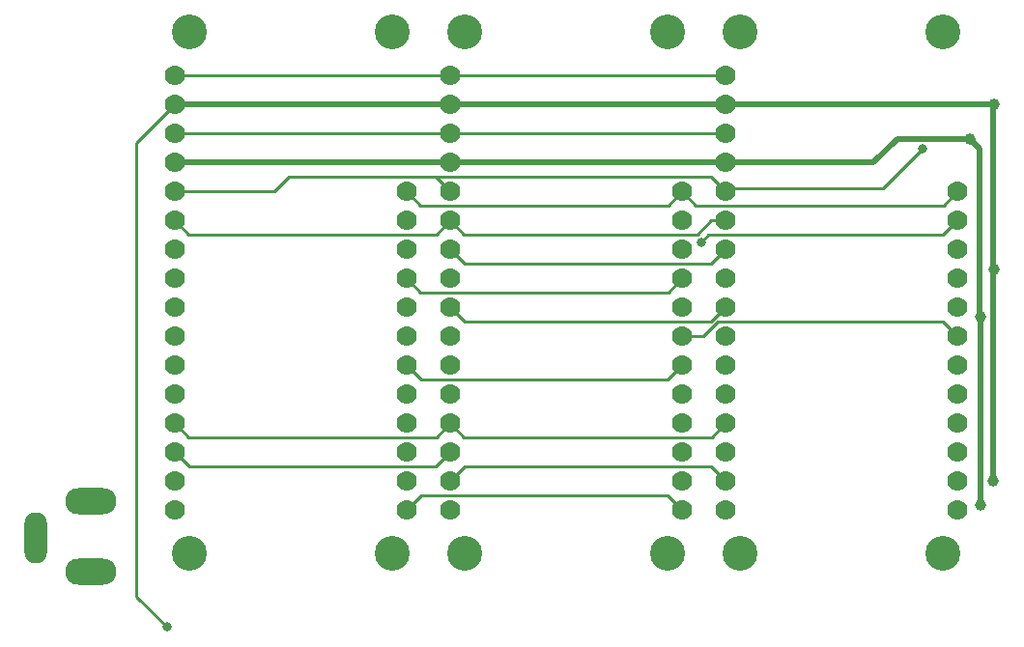
<source format=gbr>
%TF.GenerationSoftware,KiCad,Pcbnew,7.0.10-7.0.10~ubuntu22.04.1*%
%TF.CreationDate,2024-08-18T20:33:25-07:00*%
%TF.ProjectId,iorodeo_feather_tripler_enc1,696f726f-6465-46f5-9f66-656174686572,rev?*%
%TF.SameCoordinates,Original*%
%TF.FileFunction,Copper,L2,Bot*%
%TF.FilePolarity,Positive*%
%FSLAX46Y46*%
G04 Gerber Fmt 4.6, Leading zero omitted, Abs format (unit mm)*
G04 Created by KiCad (PCBNEW 7.0.10-7.0.10~ubuntu22.04.1) date 2024-08-18 20:33:25*
%MOMM*%
%LPD*%
G01*
G04 APERTURE LIST*
%TA.AperFunction,ComponentPad*%
%ADD10O,4.500000X2.300000*%
%TD*%
%TA.AperFunction,ComponentPad*%
%ADD11O,2.000000X4.500000*%
%TD*%
%TA.AperFunction,WasherPad*%
%ADD12C,3.048000*%
%TD*%
%TA.AperFunction,ComponentPad*%
%ADD13C,3.048000*%
%TD*%
%TA.AperFunction,ComponentPad*%
%ADD14C,1.778000*%
%TD*%
%TA.AperFunction,ViaPad*%
%ADD15C,1.000000*%
%TD*%
%TA.AperFunction,ViaPad*%
%ADD16C,0.800000*%
%TD*%
%TA.AperFunction,Conductor*%
%ADD17C,0.500000*%
%TD*%
%TA.AperFunction,Conductor*%
%ADD18C,0.250000*%
%TD*%
G04 APERTURE END LIST*
D10*
%TO.P,J1,1*%
%TO.N,/VUSB*%
X62086300Y-105239700D03*
%TO.P,J1,2*%
%TO.N,GND*%
X62086300Y-99039700D03*
D11*
%TO.P,J1,3*%
X57286300Y-102289700D03*
%TD*%
D12*
%TO.P,U1,*%
%TO.N,*%
X88519000Y-103657400D03*
D13*
X88519000Y-57937400D03*
D12*
X70739000Y-103657400D03*
D13*
X70739000Y-57937400D03*
D14*
%TO.P,U1,1,SDA*%
%TO.N,/SDA*%
X89789000Y-99847400D03*
%TO.P,U1,2,SCL*%
%TO.N,/SCL*%
X89789000Y-97307400D03*
%TO.P,U1,3,D5*%
%TO.N,/D5*%
X89789000Y-94767400D03*
%TO.P,U1,4,D6*%
%TO.N,/D6*%
X89789000Y-92227400D03*
%TO.P,U1,5,D9*%
%TO.N,/D9*%
X89789000Y-89687400D03*
%TO.P,U1,6,D10*%
%TO.N,/D10*%
X89789000Y-87147400D03*
%TO.P,U1,7,D11*%
%TO.N,/D11*%
X89789000Y-84607400D03*
%TO.P,U1,8,D12*%
%TO.N,/D12*%
X89789000Y-82067400D03*
%TO.P,U1,9,D13*%
%TO.N,/D13*%
X89789000Y-79527400D03*
%TO.P,U1,10,VUSB*%
%TO.N,/5V*%
X89789000Y-76987400D03*
%TO.P,U1,11,EN*%
%TO.N,/EN*%
X89789000Y-74447400D03*
%TO.P,U1,12,BAT*%
%TO.N,/BAT*%
X89789000Y-71907400D03*
%TO.P,U1,13,RST*%
%TO.N,/RST*%
X69469000Y-61747400D03*
%TO.P,U1,14,3V3*%
%TO.N,/3V3*%
X69469000Y-64287400D03*
%TO.P,U1,15,AREF*%
%TO.N,/AREF*%
X69469000Y-66827400D03*
%TO.P,U1,16,GND*%
%TO.N,GND*%
X69469000Y-69367400D03*
%TO.P,U1,17,A0*%
%TO.N,/A0*%
X69469000Y-71907400D03*
%TO.P,U1,18,A1*%
%TO.N,/A1*%
X69469000Y-74447400D03*
%TO.P,U1,19,A2*%
%TO.N,/A2*%
X69469000Y-76987400D03*
%TO.P,U1,20,A3*%
%TO.N,/A3*%
X69469000Y-79527400D03*
%TO.P,U1,21,A4*%
%TO.N,/A4*%
X69469000Y-82067400D03*
%TO.P,U1,22,A5*%
%TO.N,/A5*%
X69469000Y-84607400D03*
%TO.P,U1,23,SCK*%
%TO.N,/SCK*%
X69469000Y-87147400D03*
%TO.P,U1,24,MOSI*%
%TO.N,/MOSI*%
X69469000Y-89687400D03*
%TO.P,U1,25,MISO*%
%TO.N,/MISO*%
X69469000Y-92227400D03*
%TO.P,U1,26,RX*%
%TO.N,/RX*%
X69469000Y-94767400D03*
%TO.P,U1,27,TX*%
%TO.N,/TX*%
X69469000Y-97307400D03*
%TO.P,U1,28,NOS*%
%TO.N,unconnected-(U1-NOS-Pad28)*%
X69469000Y-99847400D03*
%TD*%
D12*
%TO.P,U3,*%
%TO.N,*%
X136779000Y-103657400D03*
D13*
X136779000Y-57937400D03*
D12*
X118999000Y-103657400D03*
D13*
X118999000Y-57937400D03*
D14*
%TO.P,U3,1,SDA*%
%TO.N,/SDA*%
X138049000Y-99847400D03*
%TO.P,U3,2,SCL*%
%TO.N,/SCL*%
X138049000Y-97307400D03*
%TO.P,U3,3,D5*%
%TO.N,/D5*%
X138049000Y-94767400D03*
%TO.P,U3,4,D6*%
%TO.N,/D6*%
X138049000Y-92227400D03*
%TO.P,U3,5,D9*%
%TO.N,/D9*%
X138049000Y-89687400D03*
%TO.P,U3,6,D10*%
%TO.N,/D10*%
X138049000Y-87147400D03*
%TO.P,U3,7,D11*%
%TO.N,/D11*%
X138049000Y-84607400D03*
%TO.P,U3,8,D12*%
%TO.N,/D12*%
X138049000Y-82067400D03*
%TO.P,U3,9,D13*%
%TO.N,/D13*%
X138049000Y-79527400D03*
%TO.P,U3,10,VUSB*%
%TO.N,/5V*%
X138049000Y-76987400D03*
%TO.P,U3,11,EN*%
%TO.N,/EN*%
X138049000Y-74447400D03*
%TO.P,U3,12,BAT*%
%TO.N,/BAT*%
X138049000Y-71907400D03*
%TO.P,U3,13,RST*%
%TO.N,/RST*%
X117729000Y-61747400D03*
%TO.P,U3,14,3V3*%
%TO.N,/3V3*%
X117729000Y-64287400D03*
%TO.P,U3,15,AREF*%
%TO.N,/AREF*%
X117729000Y-66827400D03*
%TO.P,U3,16,GND*%
%TO.N,GND*%
X117729000Y-69367400D03*
%TO.P,U3,17,A0*%
%TO.N,/A0*%
X117729000Y-71907400D03*
%TO.P,U3,18,A1*%
%TO.N,/A1*%
X117729000Y-74447400D03*
%TO.P,U3,19,A2*%
%TO.N,/A2*%
X117729000Y-76987400D03*
%TO.P,U3,20,A3*%
%TO.N,/A3*%
X117729000Y-79527400D03*
%TO.P,U3,21,A4*%
%TO.N,/A4*%
X117729000Y-82067400D03*
%TO.P,U3,22,A5*%
%TO.N,/A5*%
X117729000Y-84607400D03*
%TO.P,U3,23,SCK*%
%TO.N,/SCK*%
X117729000Y-87147400D03*
%TO.P,U3,24,MOSI*%
%TO.N,/MOSI*%
X117729000Y-89687400D03*
%TO.P,U3,25,MISO*%
%TO.N,/MISO*%
X117729000Y-92227400D03*
%TO.P,U3,26,RX*%
%TO.N,/RX*%
X117729000Y-94767400D03*
%TO.P,U3,27,TX*%
%TO.N,/TX*%
X117729000Y-97307400D03*
%TO.P,U3,28,NOS*%
%TO.N,unconnected-(U3-NOS-Pad28)*%
X117729000Y-99847400D03*
%TD*%
D12*
%TO.P,U2,*%
%TO.N,*%
X112649000Y-103657400D03*
D13*
X112649000Y-57937400D03*
D12*
X94869000Y-103657400D03*
D13*
X94869000Y-57937400D03*
D14*
%TO.P,U2,1,SDA*%
%TO.N,/SDA*%
X113919000Y-99847400D03*
%TO.P,U2,2,SCL*%
%TO.N,/SCL*%
X113919000Y-97307400D03*
%TO.P,U2,3,D5*%
%TO.N,/D5*%
X113919000Y-94767400D03*
%TO.P,U2,4,D6*%
%TO.N,/D6*%
X113919000Y-92227400D03*
%TO.P,U2,5,D9*%
%TO.N,/D9*%
X113919000Y-89687400D03*
%TO.P,U2,6,D10*%
%TO.N,/D10*%
X113919000Y-87147400D03*
%TO.P,U2,7,D11*%
%TO.N,/D11*%
X113919000Y-84607400D03*
%TO.P,U2,8,D12*%
%TO.N,/D12*%
X113919000Y-82067400D03*
%TO.P,U2,9,D13*%
%TO.N,/D13*%
X113919000Y-79527400D03*
%TO.P,U2,10,VUSB*%
%TO.N,/5V*%
X113919000Y-76987400D03*
%TO.P,U2,11,EN*%
%TO.N,/EN*%
X113919000Y-74447400D03*
%TO.P,U2,12,BAT*%
%TO.N,/BAT*%
X113919000Y-71907400D03*
%TO.P,U2,13,RST*%
%TO.N,/RST*%
X93599000Y-61747400D03*
%TO.P,U2,14,3V3*%
%TO.N,/3V3*%
X93599000Y-64287400D03*
%TO.P,U2,15,AREF*%
%TO.N,/AREF*%
X93599000Y-66827400D03*
%TO.P,U2,16,GND*%
%TO.N,GND*%
X93599000Y-69367400D03*
%TO.P,U2,17,A0*%
%TO.N,/A0*%
X93599000Y-71907400D03*
%TO.P,U2,18,A1*%
%TO.N,/A1*%
X93599000Y-74447400D03*
%TO.P,U2,19,A2*%
%TO.N,/A2*%
X93599000Y-76987400D03*
%TO.P,U2,20,A3*%
%TO.N,/A3*%
X93599000Y-79527400D03*
%TO.P,U2,21,A4*%
%TO.N,/A4*%
X93599000Y-82067400D03*
%TO.P,U2,22,A5*%
%TO.N,/A5*%
X93599000Y-84607400D03*
%TO.P,U2,23,SCK*%
%TO.N,/SCK*%
X93599000Y-87147400D03*
%TO.P,U2,24,MOSI*%
%TO.N,/MOSI*%
X93599000Y-89687400D03*
%TO.P,U2,25,MISO*%
%TO.N,/MISO*%
X93599000Y-92227400D03*
%TO.P,U2,26,RX*%
%TO.N,/RX*%
X93599000Y-94767400D03*
%TO.P,U2,27,TX*%
%TO.N,/TX*%
X93599000Y-97307400D03*
%TO.P,U2,28,NOS*%
%TO.N,unconnected-(U2-NOS-Pad28)*%
X93599000Y-99847400D03*
%TD*%
D15*
%TO.N,GND*%
X140119600Y-99402400D03*
X140102496Y-82897488D03*
X139167000Y-67284600D03*
D16*
%TO.N,/A0*%
X135001700Y-68171100D03*
D15*
%TO.N,/3V3*%
X141249400Y-64287400D03*
X141224000Y-97282000D03*
D16*
X68757800Y-110084000D03*
D15*
X141231164Y-78756564D03*
D16*
%TO.N,/EN*%
X115596600Y-76354100D03*
%TD*%
D17*
%TO.N,GND*%
X93599000Y-69367400D02*
X117729000Y-69367400D01*
X130683000Y-69367400D02*
X132766000Y-67284600D01*
X140016000Y-68133600D02*
X139167000Y-67284600D01*
X140081000Y-99363800D02*
X140081000Y-82918984D01*
X132766000Y-67284600D02*
X139167000Y-67284600D01*
X140016000Y-82810992D02*
X140016000Y-68133600D01*
X69469000Y-69367400D02*
X93599000Y-69367400D01*
X117729000Y-69367400D02*
X130683000Y-69367400D01*
X140081000Y-82918984D02*
X140102496Y-82897488D01*
X140102496Y-82897488D02*
X140016000Y-82810992D01*
X140119600Y-99402400D02*
X140081000Y-99363800D01*
D18*
%TO.N,/D10*%
X112649000Y-88417400D02*
X113919000Y-87147400D01*
X89789000Y-87147400D02*
X91059000Y-88417400D01*
X91059000Y-88417400D02*
X112649000Y-88417400D01*
%TO.N,/A0*%
X92329000Y-70637400D02*
X116459000Y-70637400D01*
X69469000Y-71907400D02*
X78206600Y-71907400D01*
X117443700Y-71622100D02*
X117729000Y-71907400D01*
X117443700Y-71622100D02*
X131550700Y-71622100D01*
X131550700Y-71622100D02*
X135001700Y-68171100D01*
X116459000Y-70637400D02*
X117443700Y-71622100D01*
X79476600Y-70637400D02*
X92329000Y-70637400D01*
X92329000Y-70637400D02*
X93599000Y-71907400D01*
X78206600Y-71907400D02*
X79476600Y-70637400D01*
%TO.N,/3V3*%
X69469000Y-64287400D02*
X66090800Y-67665600D01*
D17*
X141224000Y-97282000D02*
X141224000Y-78763728D01*
X141249400Y-64287400D02*
X141224000Y-64312800D01*
D18*
X66090800Y-107417000D02*
X68757800Y-110084000D01*
D17*
X141249400Y-64287400D02*
X117729000Y-64287400D01*
X141224000Y-78749400D02*
X141231164Y-78756564D01*
X93599000Y-64287400D02*
X117729000Y-64287400D01*
X141224000Y-64312800D02*
X141224000Y-78749400D01*
X141224000Y-78763728D02*
X141231164Y-78756564D01*
X69469000Y-64287400D02*
X93599000Y-64287400D01*
D18*
X66090800Y-67665600D02*
X66090800Y-107417000D01*
%TO.N,/D11*%
X136779000Y-83337400D02*
X138049000Y-84607400D01*
X113919000Y-84607400D02*
X115825900Y-84607400D01*
X115825900Y-84607400D02*
X117095900Y-83337400D01*
X117095900Y-83337400D02*
X136779000Y-83337400D01*
%TO.N,/A1*%
X94817800Y-75666200D02*
X93599000Y-74447400D01*
X115256600Y-75666200D02*
X94817800Y-75666200D01*
X117729000Y-74447400D02*
X116475400Y-74447400D01*
X93599000Y-74447400D02*
X92380200Y-75666200D01*
X92380200Y-75666200D02*
X70687800Y-75666200D01*
X70687800Y-75666200D02*
X69469000Y-74447400D01*
X116475400Y-74447400D02*
X115256600Y-75666200D01*
%TO.N,/RX*%
X93599000Y-94767400D02*
X92329000Y-96037400D01*
X70739000Y-96037400D02*
X69469000Y-94767400D01*
X92329000Y-96037400D02*
X70739000Y-96037400D01*
%TO.N,/TX*%
X117729000Y-97307400D02*
X116459000Y-96037400D01*
X116459000Y-96037400D02*
X94869000Y-96037400D01*
X94869000Y-96037400D02*
X93599000Y-97307400D01*
%TO.N,/SDA*%
X112649000Y-98577400D02*
X91059000Y-98577400D01*
X113919000Y-99847400D02*
X112649000Y-98577400D01*
X91059000Y-98577400D02*
X89789000Y-99847400D01*
%TO.N,/D13*%
X112700200Y-80746200D02*
X91007800Y-80746200D01*
X113919000Y-79527400D02*
X112700200Y-80746200D01*
X91007800Y-80746200D02*
X89789000Y-79527400D01*
%TO.N,/EN*%
X115596600Y-76354100D02*
X116233200Y-75717500D01*
X116233200Y-75717500D02*
X136778900Y-75717500D01*
X136778900Y-75717500D02*
X138049000Y-74447400D01*
%TO.N,/BAT*%
X113919000Y-71907400D02*
X112700200Y-73126200D01*
X91007800Y-73126200D02*
X89789000Y-71907400D01*
X136830200Y-73126200D02*
X138049000Y-71907400D01*
X112700200Y-73126200D02*
X91007800Y-73126200D01*
X115137800Y-73126200D02*
X136830200Y-73126200D01*
X113919000Y-71907400D02*
X115137800Y-73126200D01*
%TO.N,/RST*%
X93599000Y-61747400D02*
X117729000Y-61747400D01*
X69469000Y-61747400D02*
X93599000Y-61747400D01*
%TO.N,/AREF*%
X69469000Y-66827400D02*
X93599000Y-66827400D01*
X93599000Y-66827400D02*
X117729000Y-66827400D01*
%TO.N,/A2*%
X94869000Y-78257400D02*
X93599000Y-76987400D01*
X116459000Y-78257400D02*
X94869000Y-78257400D01*
X117729000Y-76987400D02*
X116459000Y-78257400D01*
%TO.N,/A4*%
X117726800Y-82067400D02*
X116456800Y-83337400D01*
X117729000Y-82067400D02*
X117726800Y-82067400D01*
X94869000Y-83337400D02*
X93599000Y-82067400D01*
X116456800Y-83337400D02*
X94869000Y-83337400D01*
%TO.N,/MISO*%
X117729000Y-92227400D02*
X116510200Y-93446200D01*
X116510200Y-93446200D02*
X94817800Y-93446200D01*
X92380200Y-93446200D02*
X70687800Y-93446200D01*
X94817800Y-93446200D02*
X93599000Y-92227400D01*
X70687800Y-93446200D02*
X69469000Y-92227400D01*
X93599000Y-92227400D02*
X92380200Y-93446200D01*
%TD*%
M02*

</source>
